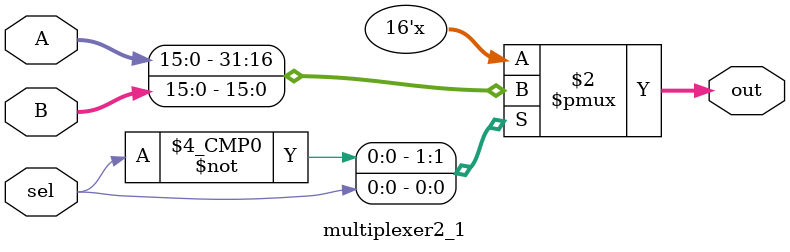
<source format=v>
module multiplexer2_1(
	input [15:0] A,
	input [15:0] B,
	input sel,
	
	output reg [15:0] out
);

always @ (sel or A or B)
begin 
	case(sel)
		0: out[15:0] <= A[15:0];
		1: out[15:0] <= B[15:0];
	endcase
end	

endmodule
</source>
